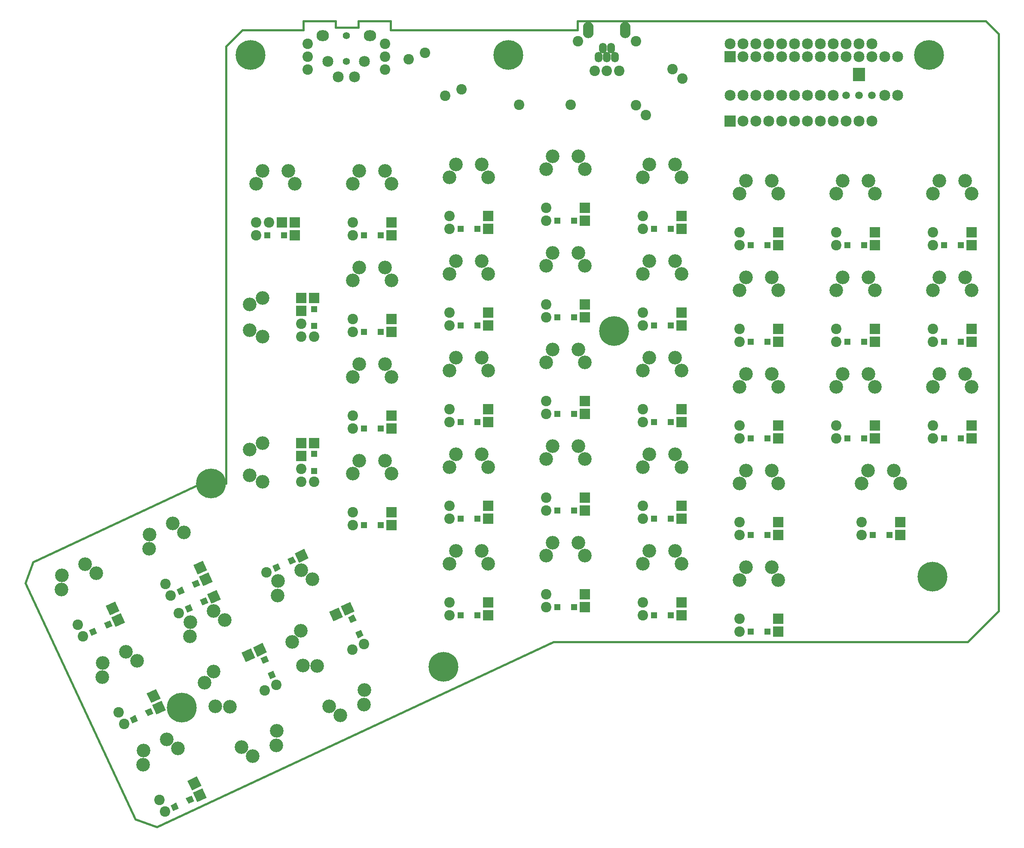
<source format=gts>
G04 (created by PCBNEW (2013-07-07 BZR 4022)-stable) date 2016/07/10 20:03:31*
%MOIN*%
G04 Gerber Fmt 3.4, Leading zero omitted, Abs format*
%FSLAX34Y34*%
G01*
G70*
G90*
G04 APERTURE LIST*
%ADD10C,0.00590551*%
%ADD11C,0.015*%
%ADD12C,0.085*%
%ADD13R,0.085X0.085*%
%ADD14C,0.059*%
%ADD15C,0.081*%
%ADD16R,0.081X0.081*%
%ADD17O,0.061X0.081*%
%ADD18O,0.083X0.126*%
%ADD19C,0.106*%
%ADD20R,0.096X0.056*%
%ADD21O,0.097X0.085*%
%ADD22C,0.055*%
%ADD23R,0.049X0.049*%
%ADD24C,0.231*%
G04 APERTURE END LIST*
G54D10*
G54D11*
X82200Y-60200D02*
X77400Y-60200D01*
X84600Y-57800D02*
X82200Y-60200D01*
X84600Y-45600D02*
X84600Y-57800D01*
X84600Y-31000D02*
X84600Y-45600D01*
X84600Y-13000D02*
X84600Y-31000D01*
X83600Y-12000D02*
X84600Y-13000D01*
X56400Y-12000D02*
X83600Y-12000D01*
X50060Y-60200D02*
X77320Y-60200D01*
X56460Y-12000D02*
X51930Y-12000D01*
X51930Y-12000D02*
X51930Y-12700D01*
X51930Y-12700D02*
X37420Y-12700D01*
X37420Y-12700D02*
X37420Y-12000D01*
X37420Y-12000D02*
X34925Y-12000D01*
X34925Y-12000D02*
X34925Y-12500D01*
X34925Y-12500D02*
X33155Y-12500D01*
X33155Y-12500D02*
X33155Y-12000D01*
X33155Y-12000D02*
X30660Y-12000D01*
X30660Y-12000D02*
X30660Y-12700D01*
X30660Y-12700D02*
X25910Y-12700D01*
X25910Y-12700D02*
X24650Y-13950D01*
X24650Y-13950D02*
X24650Y-47900D01*
X24650Y-47900D02*
X22720Y-47900D01*
X22720Y-47900D02*
X9692Y-53975D01*
X9692Y-53975D02*
X9087Y-55636D01*
X9087Y-55636D02*
X17624Y-73944D01*
X17624Y-73944D02*
X19285Y-74548D01*
X19285Y-74548D02*
X50060Y-60200D01*
G54D12*
X64750Y-14750D03*
X65750Y-14750D03*
X66750Y-14750D03*
X67750Y-14750D03*
X68750Y-14750D03*
X69750Y-14750D03*
X70750Y-14750D03*
X71750Y-14750D03*
X72750Y-14750D03*
X73750Y-14750D03*
X74750Y-14750D03*
X75750Y-14750D03*
X76750Y-14750D03*
G54D13*
X63750Y-14750D03*
G54D12*
X76750Y-17750D03*
X75750Y-17750D03*
G54D14*
X74750Y-17750D03*
X73750Y-17750D03*
X72750Y-17750D03*
G54D12*
X71750Y-17750D03*
X70750Y-17750D03*
X69750Y-17750D03*
X68750Y-17750D03*
X67750Y-17750D03*
X66750Y-17750D03*
X65750Y-17750D03*
X64750Y-17750D03*
X63750Y-17750D03*
G54D15*
X21000Y-57947D03*
G54D10*
G36*
X21647Y-57916D02*
X21440Y-57472D01*
X21884Y-57265D01*
X22091Y-57709D01*
X21647Y-57916D01*
X21647Y-57916D01*
G37*
G36*
X23523Y-57218D02*
X23181Y-56484D01*
X23915Y-56141D01*
X24257Y-56875D01*
X23523Y-57218D01*
X23523Y-57218D01*
G37*
G36*
X22835Y-57362D02*
X22628Y-56918D01*
X23072Y-56711D01*
X23279Y-57155D01*
X22835Y-57362D01*
X22835Y-57362D01*
G37*
G54D15*
X27797Y-54777D03*
G54D10*
G36*
X28444Y-54746D02*
X28237Y-54302D01*
X28681Y-54095D01*
X28888Y-54539D01*
X28444Y-54746D01*
X28444Y-54746D01*
G37*
G36*
X30320Y-54048D02*
X29978Y-53314D01*
X30712Y-52971D01*
X31054Y-53705D01*
X30320Y-54048D01*
X30320Y-54048D01*
G37*
G36*
X29632Y-54192D02*
X29425Y-53748D01*
X29869Y-53541D01*
X30076Y-53985D01*
X29632Y-54192D01*
X29632Y-54192D01*
G37*
G54D15*
X30500Y-46754D03*
G54D16*
X30500Y-45754D03*
G54D15*
X30500Y-35504D03*
G54D16*
X30500Y-34504D03*
G54D15*
X28000Y-27630D03*
G54D16*
X29000Y-27630D03*
G54D17*
X54820Y-14785D03*
X54505Y-14097D03*
X54190Y-14785D03*
X53875Y-14097D03*
X53560Y-14785D03*
G54D18*
X52754Y-12689D03*
X55626Y-12689D03*
G54D15*
X55140Y-15850D03*
X56440Y-13550D03*
X54190Y-15850D03*
X51940Y-13550D03*
X53240Y-15850D03*
G54D19*
X30486Y-54627D03*
X28642Y-56590D03*
X31361Y-55322D03*
X28673Y-55473D03*
X23689Y-57797D03*
X21845Y-59760D03*
X24564Y-58492D03*
X21876Y-58643D03*
X33533Y-65896D03*
X35377Y-63933D03*
X32658Y-65201D03*
X35346Y-65050D03*
X26735Y-69065D03*
X28579Y-67102D03*
X25860Y-68370D03*
X28548Y-68219D03*
G54D15*
X60039Y-16460D03*
X57210Y-19289D03*
X59289Y-15710D03*
X56460Y-18539D03*
X51375Y-18500D03*
X47375Y-18500D03*
X40085Y-14460D03*
X42914Y-17289D03*
X38835Y-14960D03*
X41664Y-17789D03*
X31000Y-15750D03*
X31000Y-14750D03*
X31000Y-13750D03*
X37000Y-15750D03*
X37000Y-14750D03*
X37000Y-13750D03*
G54D13*
X63750Y-19750D03*
G54D12*
X64750Y-19750D03*
X65750Y-19750D03*
X66750Y-19750D03*
X67750Y-19750D03*
X68750Y-19750D03*
X69750Y-19750D03*
X70750Y-19750D03*
X71750Y-19750D03*
X72750Y-19750D03*
X73750Y-19750D03*
X74750Y-19750D03*
X74750Y-13750D03*
X73750Y-13750D03*
X72750Y-13750D03*
X71750Y-13750D03*
X70750Y-13750D03*
X69750Y-13750D03*
X68750Y-13750D03*
X65750Y-13750D03*
X64750Y-13750D03*
X63750Y-13750D03*
X67750Y-13750D03*
X66750Y-13750D03*
G54D20*
X73750Y-15875D03*
X73750Y-16375D03*
G54D21*
X35810Y-13140D03*
G54D12*
X32560Y-15110D03*
X34610Y-16330D03*
G54D21*
X32150Y-13140D03*
G54D12*
X33350Y-16330D03*
X35400Y-15110D03*
G54D22*
X33980Y-13140D03*
X33980Y-15110D03*
G54D19*
X29500Y-23630D03*
X27000Y-24630D03*
X30000Y-24630D03*
X27500Y-23630D03*
G54D15*
X27000Y-27630D03*
G54D16*
X30000Y-27630D03*
G54D15*
X27000Y-28630D03*
G54D16*
X30000Y-28630D03*
G54D23*
X27845Y-28630D03*
X29155Y-28630D03*
G54D19*
X26500Y-34004D03*
X27500Y-36504D03*
X27500Y-33504D03*
X26500Y-36004D03*
G54D15*
X30500Y-36504D03*
G54D16*
X30500Y-33504D03*
G54D15*
X31500Y-36504D03*
G54D16*
X31500Y-33504D03*
G54D23*
X31500Y-35659D03*
X31500Y-34349D03*
G54D19*
X26500Y-45254D03*
X27500Y-47754D03*
X27500Y-44754D03*
X26500Y-47254D03*
G54D15*
X30500Y-47754D03*
G54D16*
X30500Y-44754D03*
G54D15*
X31500Y-47754D03*
G54D16*
X31500Y-44754D03*
G54D23*
X31500Y-46909D03*
X31500Y-45599D03*
G54D19*
X37000Y-31129D03*
X34500Y-32129D03*
X37500Y-32129D03*
X35000Y-31129D03*
G54D15*
X34500Y-35129D03*
G54D16*
X37500Y-35129D03*
G54D15*
X34500Y-36129D03*
G54D16*
X37500Y-36129D03*
G54D23*
X35345Y-36129D03*
X36655Y-36129D03*
G54D19*
X16891Y-60966D03*
X15047Y-62929D03*
X17766Y-61661D03*
X15078Y-61812D03*
G54D15*
X16315Y-65648D03*
G54D10*
G36*
X18838Y-64918D02*
X18496Y-64184D01*
X19230Y-63842D01*
X19572Y-64576D01*
X18838Y-64918D01*
X18838Y-64918D01*
G37*
G54D15*
X16738Y-66554D03*
G54D10*
G36*
X19261Y-65825D02*
X18919Y-65091D01*
X19653Y-64748D01*
X19995Y-65482D01*
X19261Y-65825D01*
X19261Y-65825D01*
G37*
G36*
X17385Y-66523D02*
X17178Y-66079D01*
X17622Y-65872D01*
X17829Y-66316D01*
X17385Y-66523D01*
X17385Y-66523D01*
G37*
G36*
X18572Y-65969D02*
X18365Y-65525D01*
X18809Y-65318D01*
X19017Y-65762D01*
X18572Y-65969D01*
X18572Y-65969D01*
G37*
G54D19*
X20061Y-67764D03*
X18217Y-69727D03*
X20936Y-68459D03*
X18248Y-68610D03*
G54D15*
X19485Y-72446D03*
G54D10*
G36*
X22008Y-71716D02*
X21666Y-70982D01*
X22400Y-70640D01*
X22742Y-71374D01*
X22008Y-71716D01*
X22008Y-71716D01*
G37*
G54D15*
X19908Y-73352D03*
G54D10*
G36*
X22431Y-72623D02*
X22089Y-71889D01*
X22823Y-71546D01*
X23165Y-72280D01*
X22431Y-72623D01*
X22431Y-72623D01*
G37*
G36*
X20555Y-73321D02*
X20348Y-72877D01*
X20792Y-72670D01*
X20999Y-73114D01*
X20555Y-73321D01*
X20555Y-73321D01*
G37*
G36*
X21742Y-72767D02*
X21535Y-72323D01*
X21979Y-72116D01*
X22187Y-72560D01*
X21742Y-72767D01*
X21742Y-72767D01*
G37*
G54D19*
X13722Y-54169D03*
X11878Y-56132D03*
X14597Y-54864D03*
X11909Y-55015D03*
G54D15*
X13146Y-58851D03*
G54D10*
G36*
X15669Y-58121D02*
X15327Y-57387D01*
X16061Y-57045D01*
X16403Y-57779D01*
X15669Y-58121D01*
X15669Y-58121D01*
G37*
G54D15*
X13569Y-59757D03*
G54D10*
G36*
X16092Y-59028D02*
X15750Y-58294D01*
X16484Y-57951D01*
X16826Y-58685D01*
X16092Y-59028D01*
X16092Y-59028D01*
G37*
G36*
X14216Y-59726D02*
X14009Y-59282D01*
X14453Y-59075D01*
X14660Y-59519D01*
X14216Y-59726D01*
X14216Y-59726D01*
G37*
G36*
X15403Y-59172D02*
X15196Y-58728D01*
X15640Y-58521D01*
X15848Y-58965D01*
X15403Y-59172D01*
X15403Y-59172D01*
G37*
G54D19*
X20519Y-51000D03*
X18675Y-52963D03*
X21394Y-51695D03*
X18706Y-51846D03*
G54D15*
X19943Y-55682D03*
G54D10*
G36*
X22466Y-54952D02*
X22124Y-54218D01*
X22858Y-53876D01*
X23200Y-54610D01*
X22466Y-54952D01*
X22466Y-54952D01*
G37*
G54D15*
X20366Y-56588D03*
G54D10*
G36*
X22889Y-55859D02*
X22547Y-55125D01*
X23281Y-54782D01*
X23623Y-55516D01*
X22889Y-55859D01*
X22889Y-55859D01*
G37*
G36*
X21013Y-56557D02*
X20806Y-56113D01*
X21250Y-55906D01*
X21457Y-56350D01*
X21013Y-56557D01*
X21013Y-56557D01*
G37*
G36*
X22200Y-56003D02*
X21993Y-55559D01*
X22437Y-55352D01*
X22645Y-55796D01*
X22200Y-56003D01*
X22200Y-56003D01*
G37*
G54D19*
X67000Y-24380D03*
X64500Y-25380D03*
X67500Y-25380D03*
X65000Y-24380D03*
G54D15*
X64500Y-28380D03*
G54D16*
X67500Y-28380D03*
G54D15*
X64500Y-29380D03*
G54D16*
X67500Y-29380D03*
G54D23*
X65345Y-29380D03*
X66655Y-29380D03*
G54D19*
X59500Y-23129D03*
X57000Y-24129D03*
X60000Y-24129D03*
X57500Y-23129D03*
G54D15*
X57000Y-27129D03*
G54D16*
X60000Y-27129D03*
G54D15*
X57000Y-28129D03*
G54D16*
X60000Y-28129D03*
G54D23*
X57845Y-28129D03*
X59155Y-28129D03*
G54D19*
X52000Y-22500D03*
X49500Y-23500D03*
X52500Y-23500D03*
X50000Y-22500D03*
G54D15*
X49500Y-26500D03*
G54D16*
X52500Y-26500D03*
G54D15*
X49500Y-27500D03*
G54D16*
X52500Y-27500D03*
G54D23*
X50345Y-27500D03*
X51655Y-27500D03*
G54D19*
X44500Y-23129D03*
X42000Y-24129D03*
X45000Y-24129D03*
X42500Y-23129D03*
G54D15*
X42000Y-27129D03*
G54D16*
X45000Y-27129D03*
G54D15*
X42000Y-28129D03*
G54D16*
X45000Y-28129D03*
G54D23*
X42845Y-28129D03*
X44155Y-28129D03*
G54D19*
X59500Y-53129D03*
X57000Y-54129D03*
X60000Y-54129D03*
X57500Y-53129D03*
G54D15*
X57000Y-57129D03*
G54D16*
X60000Y-57129D03*
G54D15*
X57000Y-58129D03*
G54D16*
X60000Y-58129D03*
G54D23*
X57845Y-58129D03*
X59155Y-58129D03*
G54D19*
X67000Y-31879D03*
X64500Y-32879D03*
X67500Y-32879D03*
X65000Y-31879D03*
G54D15*
X64500Y-35879D03*
G54D16*
X67500Y-35879D03*
G54D15*
X64500Y-36879D03*
G54D16*
X67500Y-36879D03*
G54D23*
X65345Y-36879D03*
X66655Y-36879D03*
G54D19*
X52000Y-30000D03*
X49500Y-31000D03*
X52500Y-31000D03*
X50000Y-30000D03*
G54D15*
X49500Y-34000D03*
G54D16*
X52500Y-34000D03*
G54D15*
X49500Y-35000D03*
G54D16*
X52500Y-35000D03*
G54D23*
X50345Y-35000D03*
X51655Y-35000D03*
G54D19*
X44500Y-30629D03*
X42000Y-31629D03*
X45000Y-31629D03*
X42500Y-30629D03*
G54D15*
X42000Y-34629D03*
G54D16*
X45000Y-34629D03*
G54D15*
X42000Y-35629D03*
G54D16*
X45000Y-35629D03*
G54D23*
X42845Y-35629D03*
X44155Y-35629D03*
G54D19*
X67000Y-39379D03*
X64500Y-40379D03*
X67500Y-40379D03*
X65000Y-39379D03*
G54D15*
X64500Y-43379D03*
G54D16*
X67500Y-43379D03*
G54D15*
X64500Y-44379D03*
G54D16*
X67500Y-44379D03*
G54D23*
X65345Y-44379D03*
X66655Y-44379D03*
G54D19*
X59500Y-38129D03*
X57000Y-39129D03*
X60000Y-39129D03*
X57500Y-38129D03*
G54D15*
X57000Y-42129D03*
G54D16*
X60000Y-42129D03*
G54D15*
X57000Y-43129D03*
G54D16*
X60000Y-43129D03*
G54D23*
X57845Y-43129D03*
X59155Y-43129D03*
G54D19*
X52000Y-37500D03*
X49500Y-38500D03*
X52500Y-38500D03*
X50000Y-37500D03*
G54D15*
X49500Y-41500D03*
G54D16*
X52500Y-41500D03*
G54D15*
X49500Y-42500D03*
G54D16*
X52500Y-42500D03*
G54D23*
X50345Y-42500D03*
X51655Y-42500D03*
G54D19*
X44500Y-38129D03*
X42000Y-39129D03*
X45000Y-39129D03*
X42500Y-38129D03*
G54D15*
X42000Y-42129D03*
G54D16*
X45000Y-42129D03*
G54D15*
X42000Y-43129D03*
G54D16*
X45000Y-43129D03*
G54D23*
X42845Y-43129D03*
X44155Y-43129D03*
G54D19*
X37000Y-38629D03*
X34500Y-39629D03*
X37500Y-39629D03*
X35000Y-38629D03*
G54D15*
X34500Y-42629D03*
G54D16*
X37500Y-42629D03*
G54D15*
X34500Y-43629D03*
G54D16*
X37500Y-43629D03*
G54D23*
X35345Y-43629D03*
X36655Y-43629D03*
G54D19*
X67000Y-46879D03*
X64500Y-47879D03*
X67500Y-47879D03*
X65000Y-46879D03*
G54D15*
X64500Y-50879D03*
G54D16*
X67500Y-50879D03*
G54D15*
X64500Y-51879D03*
G54D16*
X67500Y-51879D03*
G54D23*
X65345Y-51879D03*
X66655Y-51879D03*
G54D19*
X59500Y-45629D03*
X57000Y-46629D03*
X60000Y-46629D03*
X57500Y-45629D03*
G54D15*
X57000Y-49629D03*
G54D16*
X60000Y-49629D03*
G54D15*
X57000Y-50629D03*
G54D16*
X60000Y-50629D03*
G54D23*
X57845Y-50629D03*
X59155Y-50629D03*
G54D19*
X52000Y-45000D03*
X49500Y-46000D03*
X52500Y-46000D03*
X50000Y-45000D03*
G54D15*
X49500Y-49000D03*
G54D16*
X52500Y-49000D03*
G54D15*
X49500Y-50000D03*
G54D16*
X52500Y-50000D03*
G54D23*
X50345Y-50000D03*
X51655Y-50000D03*
G54D19*
X44500Y-45629D03*
X42000Y-46629D03*
X45000Y-46629D03*
X42500Y-45629D03*
G54D15*
X42000Y-49629D03*
G54D16*
X45000Y-49629D03*
G54D15*
X42000Y-50629D03*
G54D16*
X45000Y-50629D03*
G54D23*
X42845Y-50629D03*
X44155Y-50629D03*
G54D19*
X37000Y-46129D03*
X34500Y-47129D03*
X37500Y-47129D03*
X35000Y-46129D03*
G54D15*
X34500Y-50129D03*
G54D16*
X37500Y-50129D03*
G54D15*
X34500Y-51129D03*
G54D16*
X37500Y-51129D03*
G54D23*
X35345Y-51129D03*
X36655Y-51129D03*
G54D19*
X67000Y-54379D03*
X64500Y-55379D03*
X67500Y-55379D03*
X65000Y-54379D03*
G54D15*
X64500Y-58379D03*
G54D16*
X67500Y-58379D03*
G54D15*
X64500Y-59379D03*
G54D16*
X67500Y-59379D03*
G54D23*
X65345Y-59379D03*
X66655Y-59379D03*
G54D19*
X52000Y-52500D03*
X49500Y-53500D03*
X52500Y-53500D03*
X50000Y-52500D03*
G54D15*
X49500Y-56500D03*
G54D16*
X52500Y-56500D03*
G54D15*
X49500Y-57500D03*
G54D16*
X52500Y-57500D03*
G54D23*
X50345Y-57500D03*
X51655Y-57500D03*
G54D19*
X44500Y-53129D03*
X42000Y-54129D03*
X45000Y-54129D03*
X42500Y-53129D03*
G54D15*
X42000Y-57129D03*
G54D16*
X45000Y-57129D03*
G54D15*
X42000Y-58129D03*
G54D16*
X45000Y-58129D03*
G54D23*
X42845Y-58129D03*
X44155Y-58129D03*
G54D19*
X29773Y-60200D03*
X31736Y-62044D03*
X30468Y-59325D03*
X30619Y-62013D03*
G54D15*
X34455Y-60776D03*
G54D10*
G36*
X33725Y-58253D02*
X32991Y-58595D01*
X32649Y-57861D01*
X33383Y-57519D01*
X33725Y-58253D01*
X33725Y-58253D01*
G37*
G54D15*
X35361Y-60353D03*
G54D10*
G36*
X34632Y-57830D02*
X33898Y-58172D01*
X33555Y-57438D01*
X34289Y-57096D01*
X34632Y-57830D01*
X34632Y-57830D01*
G37*
G36*
X35330Y-59706D02*
X34886Y-59913D01*
X34679Y-59469D01*
X35123Y-59262D01*
X35330Y-59706D01*
X35330Y-59706D01*
G37*
G36*
X34776Y-58519D02*
X34332Y-58726D01*
X34125Y-58282D01*
X34569Y-58074D01*
X34776Y-58519D01*
X34776Y-58519D01*
G37*
G54D19*
X22976Y-63370D03*
X24939Y-65214D03*
X23671Y-62495D03*
X23822Y-65183D03*
G54D15*
X27658Y-63946D03*
G54D10*
G36*
X26928Y-61423D02*
X26194Y-61765D01*
X25852Y-61031D01*
X26586Y-60689D01*
X26928Y-61423D01*
X26928Y-61423D01*
G37*
G54D15*
X28564Y-63523D03*
G54D10*
G36*
X27835Y-61000D02*
X27101Y-61342D01*
X26758Y-60608D01*
X27492Y-60266D01*
X27835Y-61000D01*
X27835Y-61000D01*
G37*
G36*
X28533Y-62876D02*
X28089Y-63083D01*
X27882Y-62639D01*
X28326Y-62432D01*
X28533Y-62876D01*
X28533Y-62876D01*
G37*
G36*
X27979Y-61689D02*
X27535Y-61896D01*
X27328Y-61452D01*
X27772Y-61244D01*
X27979Y-61689D01*
X27979Y-61689D01*
G37*
G54D19*
X59500Y-30629D03*
X57000Y-31629D03*
X60000Y-31629D03*
X57500Y-30629D03*
G54D15*
X57000Y-34629D03*
G54D16*
X60000Y-34629D03*
G54D15*
X57000Y-35629D03*
G54D16*
X60000Y-35629D03*
G54D23*
X57845Y-35629D03*
X59155Y-35629D03*
G54D19*
X37000Y-23630D03*
X34500Y-24630D03*
X37500Y-24630D03*
X35000Y-23630D03*
G54D15*
X34500Y-27630D03*
G54D16*
X37500Y-27630D03*
G54D15*
X34500Y-28630D03*
G54D16*
X37500Y-28630D03*
G54D23*
X35345Y-28630D03*
X36655Y-28630D03*
G54D24*
X21220Y-65290D03*
X23490Y-47900D03*
X41510Y-62110D03*
X79440Y-55140D03*
X54740Y-36060D03*
X79190Y-14620D03*
X46540Y-14620D03*
X26540Y-14620D03*
G54D19*
X74500Y-24380D03*
X72000Y-25380D03*
X75000Y-25380D03*
X72500Y-24380D03*
G54D15*
X72000Y-28380D03*
G54D16*
X75000Y-28380D03*
G54D15*
X72000Y-29380D03*
G54D16*
X75000Y-29380D03*
G54D23*
X72845Y-29380D03*
X74155Y-29380D03*
G54D19*
X74500Y-31878D03*
X72000Y-32878D03*
X75000Y-32878D03*
X72500Y-31878D03*
G54D15*
X72000Y-35878D03*
G54D16*
X75000Y-35878D03*
G54D15*
X72000Y-36878D03*
G54D16*
X75000Y-36878D03*
G54D23*
X72845Y-36878D03*
X74155Y-36878D03*
G54D19*
X74500Y-39378D03*
X72000Y-40378D03*
X75000Y-40378D03*
X72500Y-39378D03*
G54D15*
X72000Y-43378D03*
G54D16*
X75000Y-43378D03*
G54D15*
X72000Y-44378D03*
G54D16*
X75000Y-44378D03*
G54D23*
X72845Y-44378D03*
X74155Y-44378D03*
G54D19*
X82000Y-24380D03*
X79500Y-25380D03*
X82500Y-25380D03*
X80000Y-24380D03*
G54D15*
X79500Y-28380D03*
G54D16*
X82500Y-28380D03*
G54D15*
X79500Y-29380D03*
G54D16*
X82500Y-29380D03*
G54D23*
X80345Y-29380D03*
X81655Y-29380D03*
G54D19*
X82000Y-31878D03*
X79500Y-32878D03*
X82500Y-32878D03*
X80000Y-31878D03*
G54D15*
X79500Y-35878D03*
G54D16*
X82500Y-35878D03*
G54D15*
X79500Y-36878D03*
G54D16*
X82500Y-36878D03*
G54D23*
X80345Y-36878D03*
X81655Y-36878D03*
G54D19*
X82000Y-39378D03*
X79500Y-40378D03*
X82500Y-40378D03*
X80000Y-39378D03*
G54D15*
X79500Y-43378D03*
G54D16*
X82500Y-43378D03*
G54D15*
X79500Y-44378D03*
G54D16*
X82500Y-44378D03*
G54D23*
X80345Y-44378D03*
X81655Y-44378D03*
G54D19*
X76468Y-46878D03*
X73968Y-47878D03*
X76968Y-47878D03*
X74468Y-46878D03*
G54D15*
X73968Y-50878D03*
G54D16*
X76968Y-50878D03*
G54D15*
X73968Y-51878D03*
G54D16*
X76968Y-51878D03*
G54D23*
X74813Y-51878D03*
X76123Y-51878D03*
M02*

</source>
